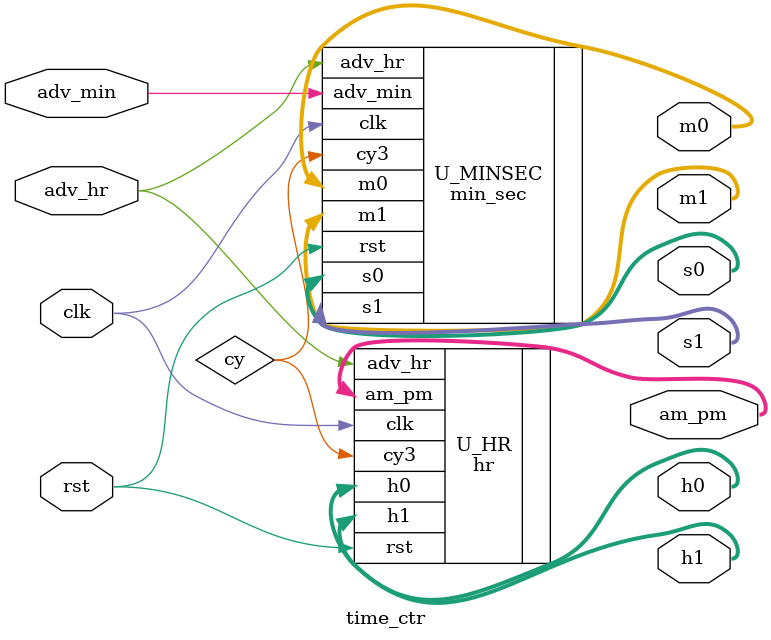
<source format=sv>
`timescale 1ns / 1ps

module time_ctr(
input logic rst, clk ,adv_min, adv_hr,
output logic [3:0] s0,s1, m0, m1,h1,h0,am_pm
    );
 
  logic cy;
    hr U_HR(.clk,.rst,.h1,.h0,.cy3(cy),.adv_hr,.am_pm);
    min_sec U_MINSEC(.rst, .clk,.s0,.s1,.m0,.m1,.cy3(cy),.adv_hr,.adv_min);
endmodule

</source>
